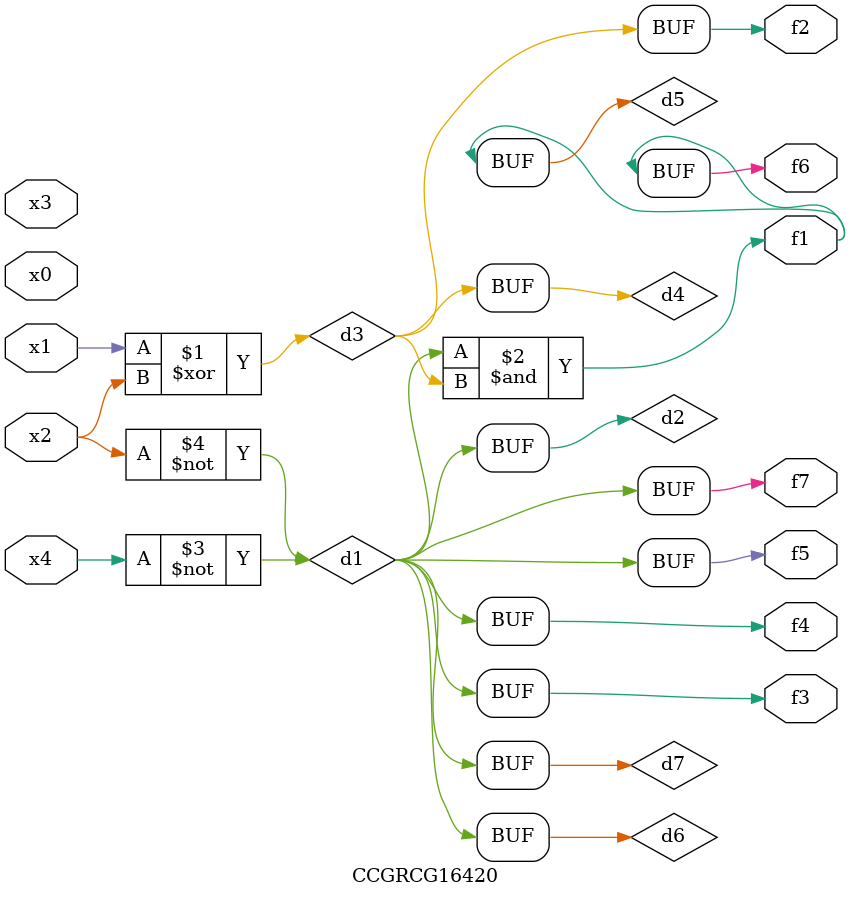
<source format=v>
module CCGRCG16420(
	input x0, x1, x2, x3, x4,
	output f1, f2, f3, f4, f5, f6, f7
);

	wire d1, d2, d3, d4, d5, d6, d7;

	not (d1, x4);
	not (d2, x2);
	xor (d3, x1, x2);
	buf (d4, d3);
	and (d5, d1, d3);
	buf (d6, d1, d2);
	buf (d7, d2);
	assign f1 = d5;
	assign f2 = d4;
	assign f3 = d7;
	assign f4 = d7;
	assign f5 = d7;
	assign f6 = d5;
	assign f7 = d7;
endmodule

</source>
